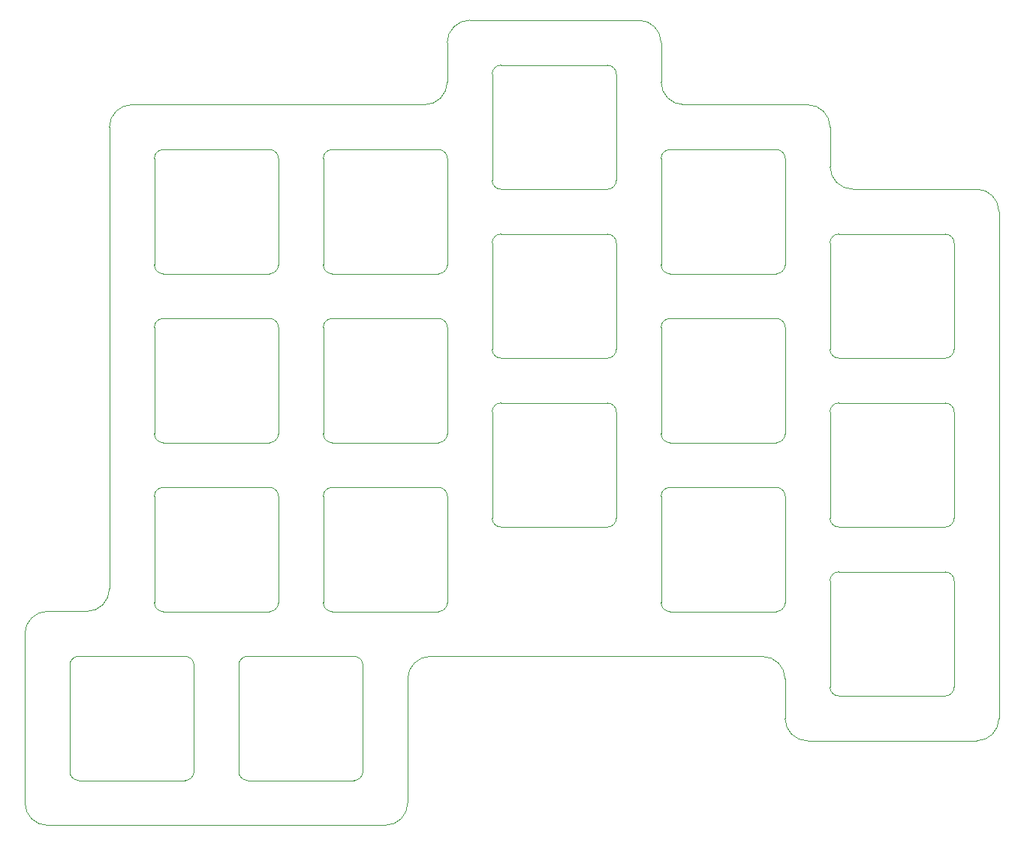
<source format=gm1>
%TF.GenerationSoftware,KiCad,Pcbnew,(6.0.5-0)*%
%TF.CreationDate,2022-06-17T02:26:10+08:00*%
%TF.ProjectId,Pragmatic,50726167-6d61-4746-9963-2e6b69636164,3*%
%TF.SameCoordinates,PX49468b8PY48ab840*%
%TF.FileFunction,Profile,NP*%
%FSLAX46Y46*%
G04 Gerber Fmt 4.6, Leading zero omitted, Abs format (unit mm)*
G04 Created by KiCad (PCBNEW (6.0.5-0)) date 2022-06-17 02:26:10*
%MOMM*%
%LPD*%
G01*
G04 APERTURE LIST*
%TA.AperFunction,Profile*%
%ADD10C,0.120000*%
%TD*%
G04 APERTURE END LIST*
D10*
X54610000Y-43180000D02*
G75*
G03*
X52070000Y-40640000I-2540000J0D01*
G01*
X43180000Y21590000D02*
X57150000Y21590000D01*
X54610000Y-47625000D02*
G75*
G03*
X57150000Y-50165000I2540000J0D01*
G01*
X16510000Y28575000D02*
X16510000Y24130000D01*
X78740000Y-47625000D02*
X78740000Y9525000D01*
X-24130000Y-35560000D02*
G75*
G03*
X-21590000Y-33020000I0J2540000D01*
G01*
X13970000Y21590000D02*
G75*
G03*
X16510000Y24130000I0J2540000D01*
G01*
X-28575000Y-35560000D02*
G75*
G03*
X-31115000Y-38100000I0J-2540000D01*
G01*
X12065000Y-57150000D02*
X12065000Y-43180000D01*
X57150000Y-50165000D02*
X76200000Y-50165000D01*
X-24130000Y-35560000D02*
X-28575000Y-35560000D01*
X40640000Y28575000D02*
X40640000Y24130000D01*
X59690000Y14605000D02*
X59690000Y19050000D01*
X54610000Y-43180000D02*
X54610000Y-47625000D01*
X-28575000Y-59690000D02*
X-26035000Y-59690000D01*
X52070000Y-40640000D02*
X14605000Y-40640000D01*
X78740000Y9525000D02*
G75*
G03*
X76200000Y12065000I-2540000J0D01*
G01*
X19050000Y31115000D02*
G75*
G03*
X16510000Y28575000I0J-2540000D01*
G01*
X76200000Y-50165000D02*
G75*
G03*
X78740000Y-47625000I0J2540000D01*
G01*
X14605000Y-40640000D02*
G75*
G03*
X12065000Y-43180000I0J-2540000D01*
G01*
X-19050000Y21590000D02*
G75*
G03*
X-21590000Y19050000I0J-2540000D01*
G01*
X59690000Y14605000D02*
G75*
G03*
X62230000Y12065000I2540000J0D01*
G01*
X-19050000Y21590000D02*
X13970000Y21590000D01*
X-31115000Y-38100000D02*
X-31115000Y-40640000D01*
X-31115000Y-57150000D02*
G75*
G03*
X-28575000Y-59690000I2540000J0D01*
G01*
X-31115000Y-57150000D02*
X-31115000Y-40640000D01*
X38100000Y31115000D02*
X19050000Y31115000D01*
X9525000Y-59690000D02*
X-26035000Y-59690000D01*
X59690000Y19050000D02*
G75*
G03*
X57150000Y21590000I-2540000J0D01*
G01*
X40640000Y28575000D02*
G75*
G03*
X38100000Y31115000I-2540000J0D01*
G01*
X76200000Y12065000D02*
X62230000Y12065000D01*
X9525000Y-59690000D02*
G75*
G03*
X12065000Y-57150000I0J2540000D01*
G01*
X-21590000Y19050000D02*
X-21590000Y-33020000D01*
X40640000Y24130000D02*
G75*
G03*
X43180000Y21590000I2540000J0D01*
G01*
X73675000Y-6000000D02*
X73675000Y6000000D01*
X60675000Y7000000D02*
X72675000Y7000000D01*
X60675000Y-7000000D02*
X72675000Y-7000000D01*
X59675000Y-6000000D02*
X59675000Y6000000D01*
X73675000Y6000000D02*
G75*
G03*
X72675000Y7000000I-1000000J0D01*
G01*
X60675000Y7000000D02*
G75*
G03*
X59675000Y6000000I-1J-999999D01*
G01*
X72675000Y-7000000D02*
G75*
G03*
X73675000Y-6000000I0J1000000D01*
G01*
X59675000Y-6000000D02*
G75*
G03*
X60675000Y-7000000I999999J-1D01*
G01*
X59675000Y-25050000D02*
X59675000Y-13050000D01*
X60675000Y-12050000D02*
X72675000Y-12050000D01*
X73675000Y-25050000D02*
X73675000Y-13050000D01*
X60675000Y-26050000D02*
X72675000Y-26050000D01*
X72675000Y-26050000D02*
G75*
G03*
X73675000Y-25050000I0J1000000D01*
G01*
X60675000Y-12050000D02*
G75*
G03*
X59675000Y-13050000I-1J-999999D01*
G01*
X73675000Y-13050000D02*
G75*
G03*
X72675000Y-12050000I-1000000J0D01*
G01*
X59675000Y-25050000D02*
G75*
G03*
X60675000Y-26050000I999999J-1D01*
G01*
X54625000Y-15525000D02*
X54625000Y-3525000D01*
X40625000Y-15525000D02*
X40625000Y-3525000D01*
X41625000Y-16525000D02*
X53625000Y-16525000D01*
X41625000Y-2525000D02*
X53625000Y-2525000D01*
X41625000Y-2525000D02*
G75*
G03*
X40625000Y-3525000I-1J-999999D01*
G01*
X53625000Y-16525000D02*
G75*
G03*
X54625000Y-15525000I0J1000000D01*
G01*
X40625000Y-15525000D02*
G75*
G03*
X41625000Y-16525000I999999J-1D01*
G01*
X54625000Y-3525000D02*
G75*
G03*
X53625000Y-2525000I-1000000J0D01*
G01*
X40625000Y3525000D02*
X40625000Y15525000D01*
X41625000Y2525000D02*
X53625000Y2525000D01*
X54625000Y3525000D02*
X54625000Y15525000D01*
X41625000Y16525000D02*
X53625000Y16525000D01*
X53625000Y2525000D02*
G75*
G03*
X54625000Y3525000I0J1000000D01*
G01*
X40625000Y3525000D02*
G75*
G03*
X41625000Y2525000I999999J-1D01*
G01*
X41625000Y16525000D02*
G75*
G03*
X40625000Y15525000I-1J-999999D01*
G01*
X54625000Y15525000D02*
G75*
G03*
X53625000Y16525000I-1000000J0D01*
G01*
X35575000Y13050000D02*
X35575000Y25050000D01*
X22575000Y12050000D02*
X34575000Y12050000D01*
X22575000Y26050000D02*
X34575000Y26050000D01*
X21575000Y13050000D02*
X21575000Y25050000D01*
X22575000Y26050000D02*
G75*
G03*
X21575000Y25050000I-1J-999999D01*
G01*
X34575000Y12050000D02*
G75*
G03*
X35575000Y13050000I0J1000000D01*
G01*
X35575000Y25050000D02*
G75*
G03*
X34575000Y26050000I-1000000J0D01*
G01*
X21575000Y13050000D02*
G75*
G03*
X22575000Y12050000I999999J-1D01*
G01*
X3525000Y16525000D02*
X15525000Y16525000D01*
X3525000Y2525000D02*
X15525000Y2525000D01*
X2525000Y3525000D02*
X2525000Y15525000D01*
X16525000Y3525000D02*
X16525000Y15525000D01*
X16525000Y15525000D02*
G75*
G03*
X15525000Y16525000I-1000000J0D01*
G01*
X2525000Y3525000D02*
G75*
G03*
X3525000Y2525000I999999J-1D01*
G01*
X15525000Y2525000D02*
G75*
G03*
X16525000Y3525000I0J1000000D01*
G01*
X3525000Y16525000D02*
G75*
G03*
X2525000Y15525000I-1J-999999D01*
G01*
X-15525000Y16525000D02*
X-3525000Y16525000D01*
X-15525000Y2525000D02*
X-3525000Y2525000D01*
X-2525000Y3525000D02*
X-2525000Y15525000D01*
X-16525000Y3525000D02*
X-16525000Y15525000D01*
X-2525000Y15525000D02*
G75*
G03*
X-3525000Y16525000I-1000000J0D01*
G01*
X-16525000Y3525000D02*
G75*
G03*
X-15525000Y2525000I999999J-1D01*
G01*
X-3525000Y2525000D02*
G75*
G03*
X-2525000Y3525000I0J1000000D01*
G01*
X-15525000Y16525000D02*
G75*
G03*
X-16525000Y15525000I-1J-999999D01*
G01*
X21575000Y-6000000D02*
X21575000Y6000000D01*
X35575000Y-6000000D02*
X35575000Y6000000D01*
X22575000Y7000000D02*
X34575000Y7000000D01*
X22575000Y-7000000D02*
X34575000Y-7000000D01*
X22575000Y7000000D02*
G75*
G03*
X21575000Y6000000I-1J-999999D01*
G01*
X21575000Y-6000000D02*
G75*
G03*
X22575000Y-7000000I999999J-1D01*
G01*
X34575000Y-7000000D02*
G75*
G03*
X35575000Y-6000000I0J1000000D01*
G01*
X35575000Y6000000D02*
G75*
G03*
X34575000Y7000000I-1000000J0D01*
G01*
X2525000Y-15525000D02*
X2525000Y-3525000D01*
X3525000Y-16525000D02*
X15525000Y-16525000D01*
X16525000Y-15525000D02*
X16525000Y-3525000D01*
X3525000Y-2525000D02*
X15525000Y-2525000D01*
X15525000Y-16525000D02*
G75*
G03*
X16525000Y-15525000I0J1000000D01*
G01*
X3525000Y-2525000D02*
G75*
G03*
X2525000Y-3525000I-1J-999999D01*
G01*
X16525000Y-3525000D02*
G75*
G03*
X15525000Y-2525000I-1000000J0D01*
G01*
X2525000Y-15525000D02*
G75*
G03*
X3525000Y-16525000I999999J-1D01*
G01*
X-15525000Y-16525000D02*
X-3525000Y-16525000D01*
X-15525000Y-2525000D02*
X-3525000Y-2525000D01*
X-2525000Y-15525000D02*
X-2525000Y-3525000D01*
X-16525000Y-15525000D02*
X-16525000Y-3525000D01*
X-3525000Y-16525000D02*
G75*
G03*
X-2525000Y-15525000I0J1000000D01*
G01*
X-15525000Y-2525000D02*
G75*
G03*
X-16525000Y-3525000I-1J-999999D01*
G01*
X-2525000Y-3525000D02*
G75*
G03*
X-3525000Y-2525000I-1000000J0D01*
G01*
X-16525000Y-15525000D02*
G75*
G03*
X-15525000Y-16525000I999999J-1D01*
G01*
X73675000Y-44100000D02*
X73675000Y-32100000D01*
X60675000Y-31100000D02*
X72675000Y-31100000D01*
X59675000Y-44100000D02*
X59675000Y-32100000D01*
X60675000Y-45100000D02*
X72675000Y-45100000D01*
X59675000Y-44100000D02*
G75*
G03*
X60675000Y-45100000I999999J-1D01*
G01*
X72675000Y-45100000D02*
G75*
G03*
X73675000Y-44100000I0J1000000D01*
G01*
X60675000Y-31100000D02*
G75*
G03*
X59675000Y-32100000I-1J-999999D01*
G01*
X73675000Y-32100000D02*
G75*
G03*
X72675000Y-31100000I-1000000J0D01*
G01*
X40625000Y-34575000D02*
X40625000Y-22575000D01*
X41625000Y-35575000D02*
X53625000Y-35575000D01*
X54625000Y-34575000D02*
X54625000Y-22575000D01*
X41625000Y-21575000D02*
X53625000Y-21575000D01*
X53625000Y-35575000D02*
G75*
G03*
X54625000Y-34575000I0J1000000D01*
G01*
X54625000Y-22575000D02*
G75*
G03*
X53625000Y-21575000I-1000000J0D01*
G01*
X41625000Y-21575000D02*
G75*
G03*
X40625000Y-22575000I-1J-999999D01*
G01*
X40625000Y-34575000D02*
G75*
G03*
X41625000Y-35575000I999999J-1D01*
G01*
X22575000Y-26050000D02*
X34575000Y-26050000D01*
X35575000Y-25050000D02*
X35575000Y-13050000D01*
X21575000Y-25050000D02*
X21575000Y-13050000D01*
X22575000Y-12050000D02*
X34575000Y-12050000D01*
X22575000Y-12050000D02*
G75*
G03*
X21575000Y-13050000I-1J-999999D01*
G01*
X34575000Y-26050000D02*
G75*
G03*
X35575000Y-25050000I0J1000000D01*
G01*
X35575000Y-13050000D02*
G75*
G03*
X34575000Y-12050000I-1000000J0D01*
G01*
X21575000Y-25050000D02*
G75*
G03*
X22575000Y-26050000I999999J-1D01*
G01*
X3525000Y-35575000D02*
X15525000Y-35575000D01*
X3525000Y-21575000D02*
X15525000Y-21575000D01*
X16525000Y-34575000D02*
X16525000Y-22575000D01*
X2525000Y-34575000D02*
X2525000Y-22575000D01*
X15525000Y-35575000D02*
G75*
G03*
X16525000Y-34575000I0J1000000D01*
G01*
X3525000Y-21575000D02*
G75*
G03*
X2525000Y-22575000I-1J-999999D01*
G01*
X16525000Y-22575000D02*
G75*
G03*
X15525000Y-21575000I-1000000J0D01*
G01*
X2525000Y-34575000D02*
G75*
G03*
X3525000Y-35575000I999999J-1D01*
G01*
X-16525000Y-34575000D02*
X-16525000Y-22575000D01*
X-2525000Y-34575000D02*
X-2525000Y-22575000D01*
X-15525000Y-21575000D02*
X-3525000Y-21575000D01*
X-15525000Y-35575000D02*
X-3525000Y-35575000D01*
X-15525000Y-21575000D02*
G75*
G03*
X-16525000Y-22575000I-1J-999999D01*
G01*
X-2525000Y-22575000D02*
G75*
G03*
X-3525000Y-21575000I-1000000J0D01*
G01*
X-16525000Y-34575000D02*
G75*
G03*
X-15525000Y-35575000I999999J-1D01*
G01*
X-3525000Y-35575000D02*
G75*
G03*
X-2525000Y-34575000I0J1000000D01*
G01*
X-6000000Y-40625000D02*
X6000000Y-40625000D01*
X7000000Y-53625000D02*
X7000000Y-41625000D01*
X-6000000Y-54625000D02*
X6000000Y-54625000D01*
X-7000000Y-53625000D02*
X-7000000Y-41625000D01*
X-6000000Y-40625000D02*
G75*
G03*
X-7000000Y-41625000I-1J-999999D01*
G01*
X6000000Y-54625000D02*
G75*
G03*
X7000000Y-53625000I0J1000000D01*
G01*
X7000000Y-41625000D02*
G75*
G03*
X6000000Y-40625000I-1000000J0D01*
G01*
X-7000000Y-53625000D02*
G75*
G03*
X-6000000Y-54625000I999999J-1D01*
G01*
X-25050000Y-54625000D02*
X-13050000Y-54625000D01*
X-12050000Y-53625000D02*
X-12050000Y-41625000D01*
X-26050000Y-53625000D02*
X-26050000Y-41625000D01*
X-25050000Y-40625000D02*
X-13050000Y-40625000D01*
X-13050000Y-54625000D02*
G75*
G03*
X-12050000Y-53625000I0J1000000D01*
G01*
X-25050000Y-40625000D02*
G75*
G03*
X-26050000Y-41625000I-1J-999999D01*
G01*
X-12050000Y-41625000D02*
G75*
G03*
X-13050000Y-40625000I-1000000J0D01*
G01*
X-26050000Y-53625000D02*
G75*
G03*
X-25050000Y-54625000I999999J-1D01*
G01*
M02*

</source>
